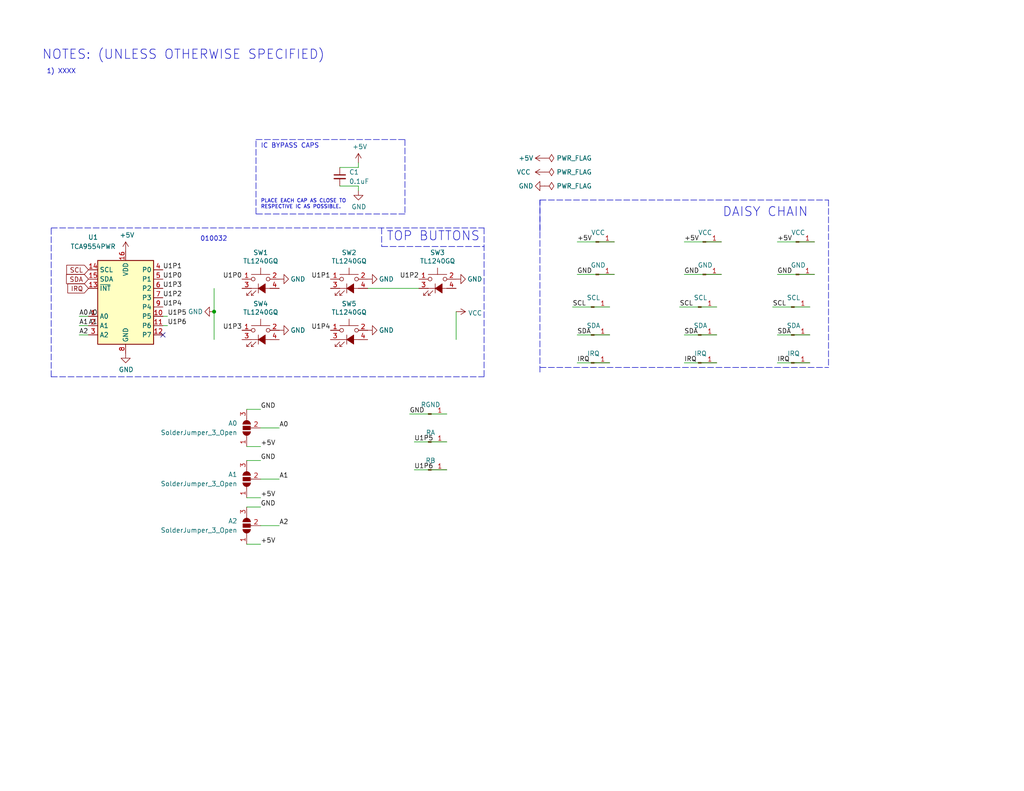
<source format=kicad_sch>
(kicad_sch (version 20231120) (generator "eeschema") (generator_version "8.0")
  (paper "A")
  (title_block (title "DDI Button Board") (date "2020-11-13") (rev "1") (company "OPENHORNET.COM") (comment 1 "CC BY-NC-SA"))
  (lib_symbols
    (symbol "Connector:Conn_01x01_Pin" (pin_names (offset 1.016) hide)
      (property "Reference" "J" (at 0 2.54 0))
      (property "Value" "Conn_01x01_Pin" (at 0 -2.54 0))
      (symbol "Conn_01x01_Pin_1_1"
        (polyline (pts (xy 1.27 0) (xy 0.8636 0)) (stroke (width 0.1524)))
        (rectangle (start 0.8636 0.127) (end 0 -0.127) (stroke (width 0.1524)) (fill (type outline)))
        (pin passive line (at 5.08 0 180) (length 3.81) (name "Pin_1") (number "1"))
      )
    )
    (symbol "Device:C_Small" (pin_numbers hide) (pin_names (offset 0.254) hide)
      (property "Reference" "C" (at 0.254 1.778 0))
      (property "Value" "C_Small" (at 0.254 -2.032 0))
      (symbol "C_Small_0_1"
        (polyline (pts (xy -1.524 -0.508) (xy 1.524 -0.508)) (stroke (width 0.3302)))
        (polyline (pts (xy -1.524 0.508) (xy 1.524 0.508)) (stroke (width 0.3048)))
      )
      (symbol "C_Small_1_1"
        (pin passive line (at 0 2.54 270) (length 2.032) (name "~") (number "1"))
        (pin passive line (at 0 -2.54 90) (length 2.032) (name "~") (number "2"))
      )
    )
    (symbol "Interface_Expansion:TCA9554PW"
      (property "Reference" "U" (at -7.62 11.43 0))
      (property "Value" "TCA9554PW" (at 2.54 11.43 0))
      (symbol "TCA9554PW_0_1"
        (rectangle (start -7.62 -12.7) (end 7.62 10.16) (stroke (width 0.254)) (fill (type background)))
      )
      (symbol "TCA9554PW_1_1"
        (pin input line (at -10.16 -5.08 0) (length 2.54) (name "A0") (number "1"))
        (pin bidirectional line (at 10.16 -5.08 180) (length 2.54) (name "P5") (number "10"))
        (pin bidirectional line (at 10.16 -7.62 180) (length 2.54) (name "P6") (number "11"))
        (pin bidirectional line (at 10.16 -10.16 180) (length 2.54) (name "P7") (number "12"))
        (pin open_collector line (at -10.16 2.54 0) (length 2.54) (name "~{INT}") (number "13"))
        (pin input line (at -10.16 7.62 0) (length 2.54) (name "SCL") (number "14"))
        (pin bidirectional line (at -10.16 5.08 0) (length 2.54) (name "SDA") (number "15"))
        (pin power_in line (at 0 12.7 270) (length 2.54) (name "VDD") (number "16"))
        (pin input line (at -10.16 -7.62 0) (length 2.54) (name "A1") (number "2"))
        (pin input line (at -10.16 -10.16 0) (length 2.54) (name "A2") (number "3"))
        (pin bidirectional line (at 10.16 7.62 180) (length 2.54) (name "P0") (number "4"))
        (pin bidirectional line (at 10.16 5.08 180) (length 2.54) (name "P1") (number "5"))
        (pin bidirectional line (at 10.16 2.54 180) (length 2.54) (name "P2") (number "6"))
        (pin bidirectional line (at 10.16 0 180) (length 2.54) (name "P3") (number "7"))
        (pin power_in line (at 0 -15.24 90) (length 2.54) (name "GND") (number "8"))
        (pin bidirectional line (at 10.16 -2.54 180) (length 2.54) (name "P4") (number "9"))
      )
    )
    (symbol "Jumper:SolderJumper_3_Open" (pin_names (offset 0) hide) (exclude_from_sim yes) (in_bom no)
      (property "Reference" "JP" (at -2.54 -2.54 0))
      (property "Value" "SolderJumper_3_Open" (at 0 2.794 0))
      (symbol "SolderJumper_3_Open_0_1"
        (arc (start -1.016 1.016) (mid -2.0276 0) (end -1.016 -1.016))
        (arc (start -1.016 1.016) (mid -2.0276 0) (end -1.016 -1.016) (fill (type outline)))
        (rectangle (start -0.508 1.016) (end 0.508 -1.016) (fill (type outline)))
        (polyline (pts (xy -2.54 0) (xy -2.032 0)))
        (polyline (pts (xy -1.016 1.016) (xy -1.016 -1.016)))
        (polyline (pts (xy 0 -1.27) (xy 0 -1.016)))
        (polyline (pts (xy 1.016 1.016) (xy 1.016 -1.016)))
        (polyline (pts (xy 2.54 0) (xy 2.032 0)))
        (arc (start 1.016 -1.016) (mid 2.0276 0) (end 1.016 1.016))
        (arc (start 1.016 -1.016) (mid 2.0276 0) (end 1.016 1.016) (fill (type outline)))
      )
      (symbol "SolderJumper_3_Open_1_1"
        (pin passive line (at -5.08 0 0) (length 2.54) (name "A") (number "1"))
        (pin passive line (at 0 -3.81 90) (length 2.54) (name "C") (number "2"))
        (pin passive line (at 5.08 0 180) (length 2.54) (name "B") (number "3"))
      )
    )
    (symbol "Switch:SW_Push_LED" (pin_names (offset 1.016) hide)
      (property "Reference" "SW" (at 0.635 5.715 0))
      (property "Value" "SW_Push_LED" (at 0 -3.175 0))
      (symbol "SW_Push_LED_0_0"
        (polyline (pts (xy -3.81 -1.905) (xy -2.54 -0.635)))
        (polyline (pts (xy -2.54 -1.905) (xy -1.27 -0.635)))
        (polyline (pts (xy -2.54 0) (xy 2.54 0)))
        (polyline (pts (xy -0.635 1.27) (xy -0.635 -1.27)))
        (polyline (pts (xy -3.81 -1.27) (xy -3.81 -1.905) (xy -3.175 -1.905)))
        (polyline (pts (xy -2.54 -1.27) (xy -2.54 -1.905) (xy -1.905 -1.905)))
        (polyline (pts (xy -0.635 0) (xy 1.27 1.27) (xy 1.27 -1.27) (xy -0.635 0)) (fill (type outline)))
      )
      (symbol "SW_Push_LED_0_1"
        (circle (center -2.032 2.54) (radius 0.508))
        (polyline (pts (xy 0 3.81) (xy 0 5.588)))
        (polyline (pts (xy 2.54 3.81) (xy -2.54 3.81)))
        (circle (center 2.032 2.54) (radius 0.508))
        (pin passive line (at -5.08 2.54 0) (length 2.54) (name "1") (number "1"))
        (pin passive line (at 5.08 2.54 180) (length 2.54) (name "2") (number "2"))
        (pin passive line (at -5.08 0 0) (length 2.54) (name "K") (number "3"))
        (pin passive line (at 5.08 0 180) (length 2.54) (name "A") (number "4"))
      )
    )
    (symbol "power:+5V" (power) (pin_names (offset 0))
      (property "Value" "+5V" (at 0 3.556 0))
      (symbol "+5V_0_1"
        (polyline (pts (xy -0.762 1.27) (xy 0 2.54)))
        (polyline (pts (xy 0 0) (xy 0 2.54)))
        (polyline (pts (xy 0 2.54) (xy 0.762 1.27)))
      )
      (symbol "+5V_1_1"
        (pin power_in line (at 0 0 90) (length 0) hide (name "+5V") (number "1"))
      )
    )
    (symbol "power:GND" (power) (pin_names (offset 0))
      (property "Value" "GND" (at 0 -3.81 0))
      (symbol "GND_0_1"
        (polyline (pts (xy 0 0) (xy 0 -1.27) (xy 1.27 -1.27) (xy 0 -2.54) (xy -1.27 -1.27) (xy 0 -1.27)))
      )
      (symbol "GND_1_1"
        (pin power_in line (at 0 0 270) (length 0) hide (name "GND") (number "1"))
      )
    )
    (symbol "power:PWR_FLAG" (power) (pin_numbers hide) (pin_names (offset 0) hide)
      (property "Value" "PWR_FLAG" (at 0 3.81 0))
      (symbol "PWR_FLAG_0_0"
        (pin power_out line (at 0 0 90) (length 0) (name "pwr") (number "1"))
      )
      (symbol "PWR_FLAG_0_1"
        (polyline (pts (xy 0 0) (xy 0 1.27) (xy -1.016 1.905) (xy 0 2.54) (xy 1.016 1.905) (xy 0 1.27)))
      )
    )
    (symbol "power:VCC" (power) (pin_names (offset 0))
      (property "Value" "VCC" (at 0 3.81 0))
      (symbol "VCC_0_1"
        (polyline (pts (xy -0.762 1.27) (xy 0 2.54)))
        (polyline (pts (xy 0 0) (xy 0 2.54)))
        (polyline (pts (xy 0 2.54) (xy 0.762 1.27)))
      )
      (symbol "VCC_1_1"
        (pin power_in line (at 0 0 90) (length 0) hide (name "VCC") (number "1"))
      )
    )
  )
  (junction (at 58.42 85.09))
  (no_connect (at 44.45 91.44))
  (wire (pts (xy 44.45 86.36) (xy 45.72 86.36)))
  (wire (pts (xy 111.76 113.03) (xy 121.92 113.03)))
  (wire (pts (xy 124.46 85.09) (xy 124.46 92.71)))
  (wire (pts (xy 113.03 120.65) (xy 121.92 120.65)))
  (wire (pts (xy 92.71 45.72) (xy 97.79 45.72)))
  (polyline (pts (xy 69.85 58.42) (xy 69.85 38.1)) (stroke (width 0) (type dash)))
  (polyline (pts (xy 110.49 58.42) (xy 69.85 58.42)) (stroke (width 0) (type dash)))
  (polyline (pts (xy 147.32 54.61) (xy 147.32 63.5)) (stroke (width 0) (type dash)))
  (polyline (pts (xy 69.85 38.1) (xy 110.49 38.1)) (stroke (width 0) (type dash)))
  (polyline (pts (xy 13.97 102.87) (xy 132.08 102.87)) (stroke (width 0) (type dash)))
  (wire (pts (xy 212.09 66.04) (xy 222.25 66.04)))
  (wire (pts (xy 21.59 88.9) (xy 24.13 88.9)))
  (wire (pts (xy 67.31 125.73) (xy 71.12 125.73)))
  (wire (pts (xy 185.42 83.82) (xy 195.58 83.82)))
  (polyline (pts (xy 104.14 67.31) (xy 132.08 67.31)) (stroke (width 0) (type dash)))
  (wire (pts (xy 157.48 66.04) (xy 167.64 66.04)))
  (wire (pts (xy 114.3 78.74) (xy 100.33 78.74)))
  (wire (pts (xy 21.59 91.44) (xy 24.13 91.44)))
  (polyline (pts (xy 147.32 101.6) (xy 147.32 54.61)) (stroke (width 0) (type dash)))
  (polyline (pts (xy 110.49 38.1) (xy 110.49 58.42)) (stroke (width 0) (type dash)))
  (polyline (pts (xy 226.06 54.61) (xy 226.06 100.33)) (stroke (width 0) (type dash)))
  (wire (pts (xy 212.09 99.06) (xy 220.98 99.06)))
  (polyline (pts (xy 104.14 62.23) (xy 104.14 67.31)) (stroke (width 0) (type dash)))
  (wire (pts (xy 67.31 111.76) (xy 71.12 111.76)))
  (wire (pts (xy 21.59 86.36) (xy 24.13 86.36)))
  (wire (pts (xy 212.09 74.93) (xy 222.25 74.93)))
  (polyline (pts (xy 13.97 102.87) (xy 13.97 62.23)) (stroke (width 0) (type dash)))
  (wire (pts (xy 97.79 52.07) (xy 97.79 50.8)))
  (wire (pts (xy 58.42 85.09) (xy 58.42 92.71)))
  (wire (pts (xy 157.48 74.93) (xy 167.64 74.93)))
  (wire (pts (xy 71.12 143.51) (xy 76.2 143.51)))
  (wire (pts (xy 157.48 91.44) (xy 166.37 91.44)))
  (wire (pts (xy 67.31 121.92) (xy 71.12 121.92)))
  (wire (pts (xy 113.03 128.27) (xy 121.92 128.27)))
  (polyline (pts (xy 132.08 62.23) (xy 132.08 102.87)) (stroke (width 0) (type dash)))
  (wire (pts (xy 156.21 83.82) (xy 166.37 83.82)))
  (wire (pts (xy 71.12 130.81) (xy 76.2 130.81)))
  (wire (pts (xy 186.69 91.44) (xy 195.58 91.44)))
  (wire (pts (xy 67.31 148.59) (xy 71.12 148.59)))
  (wire (pts (xy 212.09 91.44) (xy 220.98 91.44)))
  (polyline (pts (xy 147.32 100.33) (xy 226.06 100.33)) (stroke (width 0) (type dash)))
  (polyline (pts (xy 147.32 54.61) (xy 226.06 54.61)) (stroke (width 0) (type dash)))
  (wire (pts (xy 92.71 50.8) (xy 97.79 50.8)))
  (wire (pts (xy 97.79 44.45) (xy 97.79 45.72)))
  (wire (pts (xy 186.69 66.04) (xy 196.85 66.04)))
  (wire (pts (xy 44.45 88.9) (xy 45.72 88.9)))
  (wire (pts (xy 67.31 135.89) (xy 71.12 135.89)))
  (wire (pts (xy 58.42 78.74) (xy 58.42 85.09)))
  (wire (pts (xy 71.12 116.84) (xy 76.2 116.84)))
  (wire (pts (xy 210.82 83.82) (xy 220.98 83.82)))
  (wire (pts (xy 157.48 99.06) (xy 166.37 99.06)))
  (wire (pts (xy 186.69 74.93) (xy 196.85 74.93)))
  (wire (pts (xy 67.31 138.43) (xy 71.12 138.43)))
  (polyline (pts (xy 13.97 62.23) (xy 132.08 62.23)) (stroke (width 0) (type dash)))
  (wire (pts (xy 186.69 99.06) (xy 195.58 99.06)))
  (text "010032" (at 54.61 66.04 0) (effects (font (size 1.27 1.27)) (justify left bottom)))
  (text "1) XXXX" (at 12.7 20.32 0) (effects (font (size 1.27 1.27)) (justify left bottom)))
  (text "DAISY CHAIN" (at 197.104 59.436 0) (effects (font (size 2.4892 2.4892)) (justify left bottom)))
  (text "NOTES: (UNLESS OTHERWISE SPECIFIED)" (at 11.43 16.51 0) (effects (font (size 2.54 2.54)) (justify left bottom)))
  (text "TOP BUTTONS" (at 105.41 66.04 0) (effects (font (size 2.4892 2.4892)) (justify left bottom)))
  (text "PLACE EACH CAP AS CLOSE TO \nRESPECTIVE IC AS POSSIBLE." (at 71.12 57.15 0) (effects (font (size 0.9906 0.9906)) (justify left bottom)))
  (text "IC BYPASS CAPS" (at 71.12 40.64 0) (effects (font (size 1.27 1.27)) (justify left bottom)))
  (label "IRQ" (at 157.48 99.06 0))
  (label "GND" (at 71.12 138.43 0))
  (label "GND" (at 71.12 111.76 0))
  (label "A0" (at 24.13 86.36 0))
  (label "A2" (at 21.59 91.44 0))
  (label "U1P4" (at 44.45 83.82 0))
  (label "IRQ" (at 186.69 99.06 0))
  (label "+5V" (at 212.09 66.04 0))
  (label "U1P6" (at 45.72 88.9 0))
  (label "SCL" (at 185.42 83.82 0))
  (label "U1P5" (at 45.72 86.36 0))
  (label "U1P4" (at 90.17 90.17 180))
  (label "A1" (at 21.59 88.9 0))
  (label "GND" (at 212.09 74.93 0))
  (label "U1P2" (at 114.3 76.2 180))
  (label "GND" (at 186.69 74.93 0))
  (label "A1" (at 76.2 130.81 0))
  (label "+5V" (at 71.12 135.89 0))
  (label "U1P1" (at 44.45 73.66 0))
  (label "A1" (at 24.13 88.9 0))
  (label "+5V" (at 71.12 121.92 0))
  (label "+5V" (at 71.12 148.59 0))
  (label "SCL" (at 210.82 83.82 0))
  (label "+5V" (at 157.48 66.04 0))
  (label "U1P5" (at 113.03 120.65 0))
  (label "SDA" (at 212.09 91.44 0))
  (label "U1P1" (at 90.17 76.2 180))
  (label "SDA" (at 186.69 91.44 0))
  (label "U1P6" (at 113.03 128.27 0))
  (label "A0" (at 76.2 116.84 0))
  (label "+5V" (at 186.69 66.04 0))
  (label "U1P2" (at 44.45 81.28 0))
  (label "U1P0" (at 66.04 76.2 180))
  (label "GND" (at 157.48 74.93 0))
  (label "IRQ" (at 212.09 99.06 0))
  (label "SCL" (at 156.21 83.82 0))
  (label "U1P0" (at 44.45 76.2 0))
  (label "GND" (at 71.12 125.73 0))
  (label "GND" (at 111.76 113.03 0))
  (label "A2" (at 76.2 143.51 0))
  (label "A0" (at 21.59 86.36 0))
  (label "U1P3" (at 66.04 90.17 180))
  (label "U1P3" (at 44.45 78.74 0))
  (label "SDA" (at 157.48 91.44 0))
  (global_label "IRQ" (shape input) (at 24.13 78.74 180) (property "Intersheetrefs" "${INTERSHEET_REFS}" (effects (hide yes))))
  (global_label "SCL" (shape input) (at 24.13 73.66 180) (property "Intersheetrefs" "${INTERSHEET_REFS}" (effects (hide yes))))
  (global_label "SDA" (shape input) (at 24.13 76.2 180) (property "Intersheetrefs" "${INTERSHEET_REFS}" (effects (hide yes))))
  (symbol (lib_id "Interface_Expansion:TCA9554PW") (at 34.29 81.28 0) (unit 1)
    (property "Reference" "U1" (at 25.4 64.77 0))
    (property "Value" "TCA9554PWR" (at 25.4 67.31 0))
    (property "Footprint" "Package_SO:TSSOP-16_4.4x5mm_P0.65mm" (effects (hide yes)))
    (property "Datasheet" "https://datasheet.lcsc.com/szlcsc/2001050532_Texas-Instruments-TCA9554PWR_C477924.pdf" (effects (hide yes)))
    (property "LCSC" "C477924" (effects (hide yes)))
  )
  (symbol (lib_id "power:GND") (at 34.29 96.52 0) (unit 1)
    (property "Reference" "#PWR015" (effects (hide yes)))
    (property "Value" "GND" (at 34.417 100.9142 0))
  )
  (symbol (lib_id "power:+5V") (at 34.29 68.58 0) (unit 1)
    (property "Reference" "#PWR06" (effects (hide yes)))
    (property "Value" "+5V" (at 34.671 64.1858 0))
  )
  (symbol (lib_id "power:GND") (at 97.79 52.07 0) (unit 1)
    (property "Reference" "#PWR04" (effects (hide yes)))
    (property "Value" "GND" (at 97.917 56.4642 0))
  )
  (symbol (lib_id "power:+5V") (at 97.79 44.45 0) (unit 1)
    (property "Reference" "#PWR03" (effects (hide yes)))
    (property "Value" "+5V" (at 98.171 40.0558 0))
  )
  (symbol (lib_id "Switch:SW_Push_LED") (at 71.12 78.74 0) (unit 1)
    (property "Reference" "SW1" (at 71.12 68.961 0))
    (property "Value" "TL1240GQ" (at 71.12 71.2724 0))
    (property "Footprint" "KiCAD Libraries:TL1240GQ" (effects (hide yes)))
    (property "Datasheet" "http://spec_sheets.e-switch.com/specs/P010362.pdf" (effects (hide yes)))
    (property "PN" "TL1240GQ" (effects (hide yes)))
    (property "ALT PN" "LS601-CG" (effects (hide yes)))
    (property "ALT Datasheet" "https://www.alibaba.com/product-detail/6mm-momentary-dip-6x6-illuminated-tact_60755685240.html?spm=a2700.wholesale.deiletai6.3.3615ec45cdCdkr" (effects (hide yes)))
  )
  (symbol (lib_id "Switch:SW_Push_LED") (at 95.25 78.74 0) (unit 1)
    (property "Reference" "SW2" (at 95.25 68.961 0))
    (property "Value" "TL1240GQ" (at 95.25 71.2724 0))
    (property "Footprint" "KiCAD Libraries:TL1240GQ" (effects (hide yes)))
    (property "Datasheet" "http://spec_sheets.e-switch.com/specs/P010362.pdf" (effects (hide yes)))
    (property "PN" "TL1240GQ" (effects (hide yes)))
    (property "ALT PN" "LS601-CG" (effects (hide yes)))
    (property "ALT Datasheet" "https://www.alibaba.com/product-detail/6mm-momentary-dip-6x6-illuminated-tact_60755685240.html?spm=a2700.wholesale.deiletai6.3.3615ec45cdCdkr" (effects (hide yes)))
  )
  (symbol (lib_id "Switch:SW_Push_LED") (at 119.38 78.74 0) (unit 1)
    (property "Reference" "SW3" (at 119.38 68.961 0))
    (property "Value" "TL1240GQ" (at 119.38 71.2724 0))
    (property "Footprint" "KiCAD Libraries:TL1240GQ" (effects (hide yes)))
    (property "Datasheet" "http://spec_sheets.e-switch.com/specs/P010362.pdf" (effects (hide yes)))
    (property "PN" "TL1240GQ" (effects (hide yes)))
    (property "ALT PN" "LS601-CG" (effects (hide yes)))
    (property "ALT Datasheet" "https://www.alibaba.com/product-detail/6mm-momentary-dip-6x6-illuminated-tact_60755685240.html?spm=a2700.wholesale.deiletai6.3.3615ec45cdCdkr" (effects (hide yes)))
  )
  (symbol (lib_id "Switch:SW_Push_LED") (at 71.12 92.71 0) (unit 1)
    (property "Reference" "SW4" (at 71.12 82.931 0))
    (property "Value" "TL1240GQ" (at 71.12 85.2424 0))
    (property "Footprint" "KiCAD Libraries:TL1240GQ" (effects (hide yes)))
    (property "Datasheet" "http://spec_sheets.e-switch.com/specs/P010362.pdf" (effects (hide yes)))
    (property "PN" "TL1240GQ" (effects (hide yes)))
    (property "ALT PN" "LS601-CG" (effects (hide yes)))
    (property "ALT Datasheet" "https://www.alibaba.com/product-detail/6mm-momentary-dip-6x6-illuminated-tact_60755685240.html?spm=a2700.wholesale.deiletai6.3.3615ec45cdCdkr" (effects (hide yes)))
  )
  (symbol (lib_id "power:GND") (at 76.2 76.2 90) (unit 1)
    (property "Reference" "#PWR07" (effects (hide yes)))
    (property "Value" "GND" (at 81.28 76.2 90))
  )
  (symbol (lib_id "power:GND") (at 100.33 76.2 90) (unit 1)
    (property "Reference" "#PWR08" (effects (hide yes)))
    (property "Value" "GND" (at 105.41 76.2 90))
  )
  (symbol (lib_id "power:GND") (at 124.46 76.2 90) (unit 1)
    (property "Reference" "#PWR09" (effects (hide yes)))
    (property "Value" "GND" (at 129.54 76.2 90))
  )
  (symbol (lib_id "power:GND") (at 76.2 90.17 90) (unit 1)
    (property "Reference" "#PWR012" (effects (hide yes)))
    (property "Value" "GND" (at 81.28 90.17 90))
  )
  (symbol (lib_id "Switch:SW_Push_LED") (at 95.25 92.71 0) (unit 1)
    (property "Reference" "SW5" (at 95.25 82.931 0))
    (property "Value" "TL1240GQ" (at 95.25 85.2424 0))
    (property "Footprint" "KiCAD Libraries:TL1240GQ" (effects (hide yes)))
    (property "Datasheet" "http://spec_sheets.e-switch.com/specs/P010362.pdf" (effects (hide yes)))
    (property "PN" "TL1240GQ" (effects (hide yes)))
    (property "ALT PN" "LS601-CG" (effects (hide yes)))
    (property "ALT Datasheet" "https://www.alibaba.com/product-detail/6mm-momentary-dip-6x6-illuminated-tact_60755685240.html?spm=a2700.wholesale.deiletai6.3.3615ec45cdCdkr" (effects (hide yes)))
  )
  (symbol (lib_id "power:GND") (at 100.33 90.17 90) (unit 1)
    (property "Reference" "#PWR013" (effects (hide yes)))
    (property "Value" "GND" (at 105.41 90.17 90))
  )
  (symbol (lib_id "power:VCC") (at 124.46 85.09 270) (unit 1)
    (property "Reference" "#PWR011" (effects (hide yes)))
    (property "Value" "VCC" (at 127.7112 85.471 90) (effects (justify left)))
  )
  (symbol (lib_id "Device:C_Small") (at 92.71 48.26 0) (unit 1)
    (property "Reference" "C1" (at 95.25 46.99 0) (effects (justify left)))
    (property "Value" "0.1uF" (at 95.25 49.53 0) (effects (justify left)))
    (property "Footprint" "Capacitor_SMD:C_0402_1005Metric" (effects (hide yes)))
    (property "Datasheet" "https://datasheet.lcsc.com/szlcsc/Samsung-Electro-Mechanics-CL31A476MPHNNNE_C96123.pdf" (effects (hide yes)))
    (property "PN" "CL31A476MPHNNNE" (effects (hide yes)))
    (property "LCSC" "C96123" (effects (hide yes)))
  )
  (symbol (lib_id "power:+5V") (at 148.59 43.18 90) (unit 1)
    (property "Reference" "#PWR0101" (effects (hide yes)))
    (property "Value" "+5V" (at 143.51 43.18 90))
  )
  (symbol (lib_id "power:VCC") (at 148.59 46.99 90) (unit 1)
    (property "Reference" "#PWR0102" (effects (hide yes)))
    (property "Value" "VCC" (at 144.78 46.99 90) (effects (justify left)))
  )
  (symbol (lib_id "power:GND") (at 148.59 50.8 270) (unit 1)
    (property "Reference" "#PWR0103" (effects (hide yes)))
    (property "Value" "GND" (at 143.51 50.8 90))
  )
  (symbol (lib_id "power:PWR_FLAG") (at 148.59 43.18 270) (unit 1)
    (property "Reference" "#FLG0101" (effects (hide yes)))
    (property "Value" "PWR_FLAG" (at 151.8412 43.18 90) (effects (justify left)))
  )
  (symbol (lib_id "power:PWR_FLAG") (at 148.59 46.99 270) (unit 1)
    (property "Reference" "#FLG0102" (effects (hide yes)))
    (property "Value" "PWR_FLAG" (at 151.8412 46.99 90) (effects (justify left)))
  )
  (symbol (lib_id "power:PWR_FLAG") (at 148.59 50.8 270) (unit 1)
    (property "Reference" "#FLG0103" (effects (hide yes)))
    (property "Value" "PWR_FLAG" (at 151.8412 50.8 90) (effects (justify left)))
  )
  (symbol (lib_id "power:GND") (at 58.42 85.09 270) (unit 1)
    (property "Reference" "#PWR010" (effects (hide yes)))
    (property "Value" "GND" (at 53.34 85.09 90))
  )
  (symbol (lib_id "Jumper:SolderJumper_3_Open") (at 67.31 130.81 90) (unit 1) (exclude_from_sim yes) (in_bom no)
    (property "Reference" "A1" (at 64.77 129.5399 90) (effects (justify left)))
    (property "Value" "SolderJumper_3_Open" (at 64.77 132.0799 90) (effects (justify left)))
    (property "Footprint" "Jumper:SolderJumper-3_P1.3mm_BothDisconnected_RoundedPad1.0x1.5mm" (effects (hide yes)))
    (property "Description" "Solder Jumper, 3-pole, open" (effects (hide yes)))
  )
  (symbol (lib_id "Jumper:SolderJumper_3_Open") (at 67.31 143.51 90) (unit 1) (exclude_from_sim yes) (in_bom no)
    (property "Reference" "A2" (at 64.77 142.2399 90) (effects (justify left)))
    (property "Value" "SolderJumper_3_Open" (at 64.77 144.7799 90) (effects (justify left)))
    (property "Footprint" "Jumper:SolderJumper-3_P1.3mm_BothDisconnected_RoundedPad1.0x1.5mm" (effects (hide yes)))
    (property "Description" "Solder Jumper, 3-pole, open" (effects (hide yes)))
  )
  (symbol (lib_id "Connector:Conn_01x01_Pin") (at 215.9 99.06 0) (unit 1)
    (property "Reference" "J13" (effects (hide yes)))
    (property "Value" "IRQ" (at 216.535 96.52 0))
    (property "Footprint" "Connector_Wire:SolderWirePad_1x01_SMD_4x3mm" (effects (hide yes)))
    (property "Description" "Generic connector, single row, 01x01, script generated" (effects (hide yes)))
  )
  (symbol (lib_id "Connector:Conn_01x01_Pin") (at 162.56 66.04 0) (unit 1)
    (property "Reference" "J1" (effects (hide yes)))
    (property "Value" "VCC" (at 163.195 63.5 0))
    (property "Footprint" "Connector_Wire:SolderWirePad_1x01_SMD_4x3mm" (effects (hide yes)))
    (property "Description" "Generic connector, single row, 01x01, script generated" (effects (hide yes)))
  )
  (symbol (lib_id "Connector:Conn_01x01_Pin") (at 161.29 99.06 0) (unit 1)
    (property "Reference" "J5" (effects (hide yes)))
    (property "Value" "IRQ" (at 161.925 96.52 0))
    (property "Footprint" "Connector_Wire:SolderWirePad_1x01_SMD_4x3mm" (effects (hide yes)))
    (property "Description" "Generic connector, single row, 01x01, script generated" (effects (hide yes)))
  )
  (symbol (lib_id "Connector:Conn_01x01_Pin") (at 190.5 91.44 0) (unit 1)
    (property "Reference" "J7" (effects (hide yes)))
    (property "Value" "SDA" (at 191.135 88.9 0))
    (property "Footprint" "Connector_Wire:SolderWirePad_1x01_SMD_4x3mm" (effects (hide yes)))
    (property "Description" "Generic connector, single row, 01x01, script generated" (effects (hide yes)))
  )
  (symbol (lib_id "Connector:Conn_01x01_Pin") (at 116.84 120.65 0) (unit 1)
    (property "Reference" "J17" (effects (hide yes)))
    (property "Value" "RA" (at 117.475 118.11 0))
    (property "Footprint" "Connector_Wire:SolderWirePad_1x01_SMD_4x3mm" (effects (hide yes)))
    (property "Description" "Generic connector, single row, 01x01, script generated" (effects (hide yes)))
  )
  (symbol (lib_id "Connector:Conn_01x01_Pin") (at 217.17 74.93 0) (unit 1)
    (property "Reference" "J15" (effects (hide yes)))
    (property "Value" "GND" (at 217.805 72.39 0))
    (property "Footprint" "Connector_Wire:SolderWirePad_1x01_SMD_4x3mm" (effects (hide yes)))
    (property "Description" "Generic connector, single row, 01x01, script generated" (effects (hide yes)))
  )
  (symbol (lib_id "Connector:Conn_01x01_Pin") (at 161.29 91.44 0) (unit 1)
    (property "Reference" "J4" (effects (hide yes)))
    (property "Value" "SDA" (at 161.925 88.9 0))
    (property "Footprint" "Connector_Wire:SolderWirePad_1x01_SMD_4x3mm" (effects (hide yes)))
    (property "Description" "Generic connector, single row, 01x01, script generated" (effects (hide yes)))
  )
  (symbol (lib_id "Connector:Conn_01x01_Pin") (at 116.84 128.27 0) (unit 1)
    (property "Reference" "J18" (effects (hide yes)))
    (property "Value" "RB" (at 117.475 125.73 0))
    (property "Footprint" "Connector_Wire:SolderWirePad_1x01_SMD_4x3mm" (effects (hide yes)))
    (property "Description" "Generic connector, single row, 01x01, script generated" (effects (hide yes)))
  )
  (symbol (lib_id "Connector:Conn_01x01_Pin") (at 161.29 83.82 0) (unit 1)
    (property "Reference" "J3" (effects (hide yes)))
    (property "Value" "SCL" (at 161.925 81.28 0))
    (property "Footprint" "Connector_Wire:SolderWirePad_1x01_SMD_4x3mm" (effects (hide yes)))
    (property "Description" "Generic connector, single row, 01x01, script generated" (effects (hide yes)))
  )
  (symbol (lib_id "Connector:Conn_01x01_Pin") (at 190.5 99.06 0) (unit 1)
    (property "Reference" "J8" (effects (hide yes)))
    (property "Value" "IRQ" (at 191.135 96.52 0))
    (property "Footprint" "Connector_Wire:SolderWirePad_1x01_SMD_4x3mm" (effects (hide yes)))
    (property "Description" "Generic connector, single row, 01x01, script generated" (effects (hide yes)))
  )
  (symbol (lib_id "Connector:Conn_01x01_Pin") (at 191.77 74.93 0) (unit 1)
    (property "Reference" "J10" (effects (hide yes)))
    (property "Value" "GND" (at 192.405 72.39 0))
    (property "Footprint" "Connector_Wire:SolderWirePad_1x01_SMD_4x3mm" (effects (hide yes)))
    (property "Description" "Generic connector, single row, 01x01, script generated" (effects (hide yes)))
  )
  (symbol (lib_id "Connector:Conn_01x01_Pin") (at 116.84 113.03 0) (unit 1)
    (property "Reference" "J16" (effects (hide yes)))
    (property "Value" "RGND" (at 117.475 110.49 0))
    (property "Footprint" "Connector_Wire:SolderWirePad_1x01_SMD_4x3mm" (effects (hide yes)))
    (property "Description" "Generic connector, single row, 01x01, script generated" (effects (hide yes)))
  )
  (symbol (lib_id "Connector:Conn_01x01_Pin") (at 215.9 91.44 0) (unit 1)
    (property "Reference" "J12" (effects (hide yes)))
    (property "Value" "SDA" (at 216.535 88.9 0))
    (property "Footprint" "Connector_Wire:SolderWirePad_1x01_SMD_4x3mm" (effects (hide yes)))
    (property "Description" "Generic connector, single row, 01x01, script generated" (effects (hide yes)))
  )
  (symbol (lib_id "Jumper:SolderJumper_3_Open") (at 67.31 116.84 90) (unit 1) (exclude_from_sim yes) (in_bom no)
    (property "Reference" "A0" (at 64.77 115.5699 90) (effects (justify left)))
    (property "Value" "SolderJumper_3_Open" (at 64.77 118.1099 90) (effects (justify left)))
    (property "Footprint" "Jumper:SolderJumper-3_P1.3mm_BothDisconnected_RoundedPad1.0x1.5mm" (effects (hide yes)))
    (property "Description" "Solder Jumper, 3-pole, open" (effects (hide yes)))
  )
  (symbol (lib_id "Connector:Conn_01x01_Pin") (at 215.9 83.82 0) (unit 1)
    (property "Reference" "J11" (effects (hide yes)))
    (property "Value" "SCL" (at 216.535 81.28 0))
    (property "Footprint" "Connector_Wire:SolderWirePad_1x01_SMD_4x3mm" (effects (hide yes)))
    (property "Description" "Generic connector, single row, 01x01, script generated" (effects (hide yes)))
  )
  (symbol (lib_id "Connector:Conn_01x01_Pin") (at 217.17 66.04 0) (unit 1)
    (property "Reference" "J14" (effects (hide yes)))
    (property "Value" "VCC" (at 217.805 63.5 0))
    (property "Footprint" "Connector_Wire:SolderWirePad_1x01_SMD_4x3mm" (effects (hide yes)))
    (property "Description" "Generic connector, single row, 01x01, script generated" (effects (hide yes)))
  )
  (symbol (lib_id "Connector:Conn_01x01_Pin") (at 162.56 74.93 0) (unit 1)
    (property "Reference" "J2" (effects (hide yes)))
    (property "Value" "GND" (at 163.195 72.39 0))
    (property "Footprint" "Connector_Wire:SolderWirePad_1x01_SMD_4x3mm" (effects (hide yes)))
    (property "Description" "Generic connector, single row, 01x01, script generated" (effects (hide yes)))
  )
  (symbol (lib_id "Connector:Conn_01x01_Pin") (at 191.77 66.04 0) (unit 1)
    (property "Reference" "J9" (effects (hide yes)))
    (property "Value" "VCC" (at 192.405 63.5 0))
    (property "Footprint" "Connector_Wire:SolderWirePad_1x01_SMD_4x3mm" (effects (hide yes)))
    (property "Description" "Generic connector, single row, 01x01, script generated" (effects (hide yes)))
  )
  (symbol (lib_id "Connector:Conn_01x01_Pin") (at 190.5 83.82 0) (unit 1)
    (property "Reference" "J6" (effects (hide yes)))
    (property "Value" "SCL" (at 191.135 81.28 0))
    (property "Footprint" "Connector_Wire:SolderWirePad_1x01_SMD_4x3mm" (effects (hide yes)))
    (property "Description" "Generic connector, single row, 01x01, script generated" (effects (hide yes)))
  )
)
</source>
